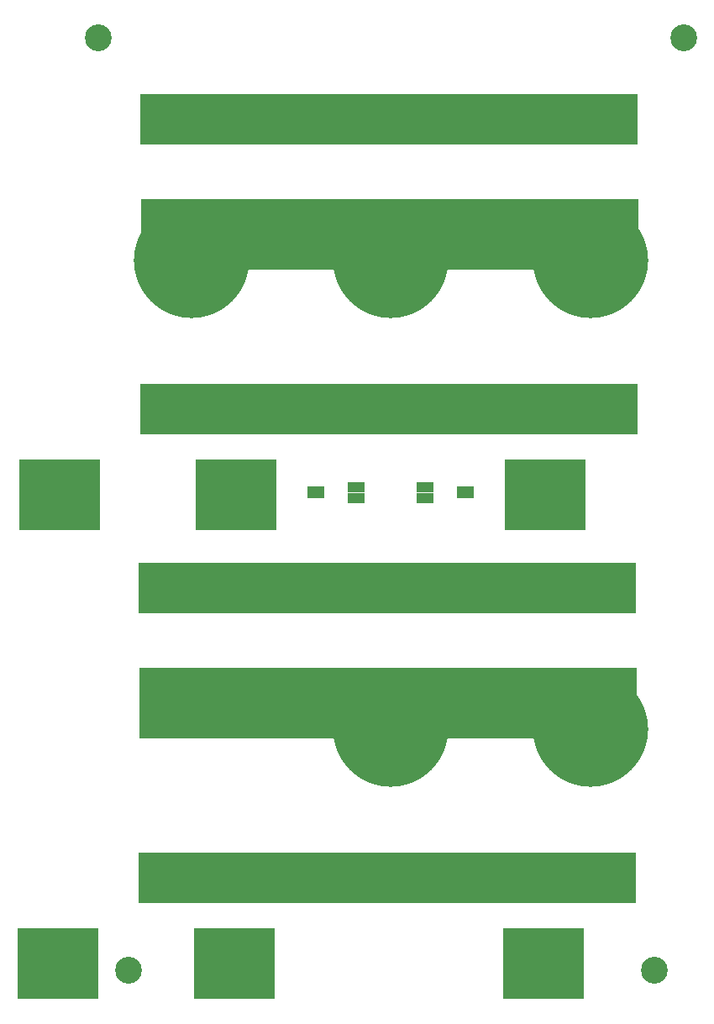
<source format=gts>
G04*
G04 #@! TF.GenerationSoftware,Altium Limited,Altium Designer,18.1.7 (191)*
G04*
G04 Layer_Color=8388736*
%FSLAX25Y25*%
%MOIN*%
G70*
G01*
G75*
%ADD18R,0.32296X0.28359*%
%ADD19R,1.97650X0.28359*%
%ADD20R,1.97650X0.20485*%
%ADD21R,0.07099X0.04737*%
%ADD22R,0.07099X0.03950*%
%ADD23C,0.45800*%
%ADD24C,0.10642*%
D18*
X31772Y198350D02*
D03*
X101949D02*
D03*
X224685Y198352D02*
D03*
X224008Y12352D02*
D03*
X101272Y12350D02*
D03*
X31095D02*
D03*
D19*
X162770Y301882D02*
D03*
X162092Y115882D02*
D03*
D20*
X162667Y347382D02*
D03*
Y232582D02*
D03*
X161990Y46582D02*
D03*
Y161382D02*
D03*
D21*
X192724Y199350D02*
D03*
X133673D02*
D03*
D22*
X176976Y201516D02*
D03*
Y197185D02*
D03*
X149421D02*
D03*
Y201516D02*
D03*
D23*
X242531Y105461D02*
D03*
X84112Y291463D02*
D03*
X163323D02*
D03*
X242533D02*
D03*
X163323Y105463D02*
D03*
D24*
X47244Y379921D02*
D03*
X279527D02*
D03*
X59055Y9843D02*
D03*
X267717Y9843D02*
D03*
M02*

</source>
